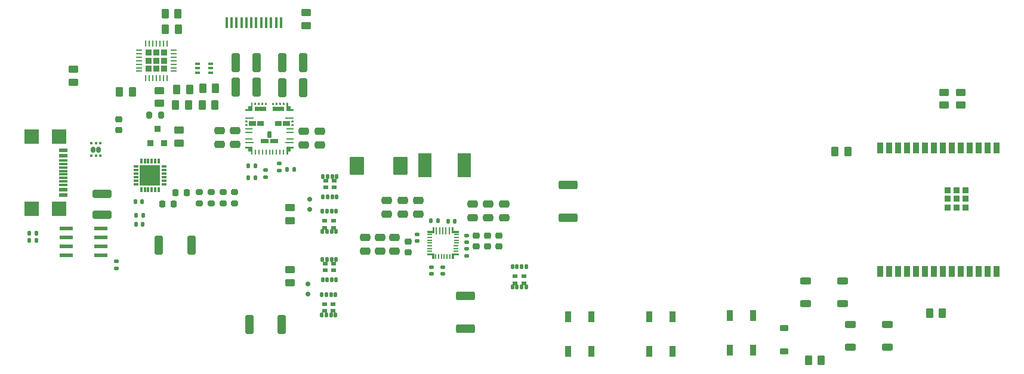
<source format=gtp>
%TF.GenerationSoftware,KiCad,Pcbnew,8.0.6*%
%TF.CreationDate,2025-02-07T14:21:58-05:00*%
%TF.ProjectId,SCAN,5343414e-2e6b-4696-9361-645f70636258,v1.0*%
%TF.SameCoordinates,Original*%
%TF.FileFunction,Paste,Top*%
%TF.FilePolarity,Positive*%
%FSLAX46Y46*%
G04 Gerber Fmt 4.6, Leading zero omitted, Abs format (unit mm)*
G04 Created by KiCad (PCBNEW 8.0.6) date 2025-02-07 14:21:58*
%MOMM*%
%LPD*%
G01*
G04 APERTURE LIST*
G04 Aperture macros list*
%AMRoundRect*
0 Rectangle with rounded corners*
0 $1 Rounding radius*
0 $2 $3 $4 $5 $6 $7 $8 $9 X,Y pos of 4 corners*
0 Add a 4 corners polygon primitive as box body*
4,1,4,$2,$3,$4,$5,$6,$7,$8,$9,$2,$3,0*
0 Add four circle primitives for the rounded corners*
1,1,$1+$1,$2,$3*
1,1,$1+$1,$4,$5*
1,1,$1+$1,$6,$7*
1,1,$1+$1,$8,$9*
0 Add four rect primitives between the rounded corners*
20,1,$1+$1,$2,$3,$4,$5,0*
20,1,$1+$1,$4,$5,$6,$7,0*
20,1,$1+$1,$6,$7,$8,$9,0*
20,1,$1+$1,$8,$9,$2,$3,0*%
G04 Aperture macros list end*
%ADD10C,0.000000*%
%ADD11C,0.010000*%
%ADD12RoundRect,0.250000X-0.325000X-1.100000X0.325000X-1.100000X0.325000X1.100000X-0.325000X1.100000X0*%
%ADD13RoundRect,0.135000X0.135000X0.185000X-0.135000X0.185000X-0.135000X-0.185000X0.135000X-0.185000X0*%
%ADD14RoundRect,0.090000X-0.360000X0.660000X-0.360000X-0.660000X0.360000X-0.660000X0.360000X0.660000X0*%
%ADD15RoundRect,0.250000X0.450000X-0.262500X0.450000X0.262500X-0.450000X0.262500X-0.450000X-0.262500X0*%
%ADD16RoundRect,0.250000X-0.475000X0.250000X-0.475000X-0.250000X0.475000X-0.250000X0.475000X0.250000X0*%
%ADD17RoundRect,0.250000X-0.362500X-1.075000X0.362500X-1.075000X0.362500X1.075000X-0.362500X1.075000X0*%
%ADD18RoundRect,0.140000X-0.170000X0.140000X-0.170000X-0.140000X0.170000X-0.140000X0.170000X0.140000X0*%
%ADD19RoundRect,0.200000X-0.275000X0.200000X-0.275000X-0.200000X0.275000X-0.200000X0.275000X0.200000X0*%
%ADD20RoundRect,0.140000X0.140000X0.170000X-0.140000X0.170000X-0.140000X-0.170000X0.140000X-0.170000X0*%
%ADD21RoundRect,0.250000X-0.262500X-0.450000X0.262500X-0.450000X0.262500X0.450000X-0.262500X0.450000X0*%
%ADD22R,1.981200X0.558800*%
%ADD23RoundRect,0.135000X-0.135000X-0.185000X0.135000X-0.185000X0.135000X0.185000X-0.135000X0.185000X0*%
%ADD24R,0.738000X0.570000*%
%ADD25RoundRect,0.125000X-0.125000X0.190000X-0.125000X-0.190000X0.125000X-0.190000X0.125000X0.190000X0*%
%ADD26RoundRect,0.225000X-0.225000X-0.250000X0.225000X-0.250000X0.225000X0.250000X-0.225000X0.250000X0*%
%ADD27RoundRect,0.125000X0.125000X-0.190000X0.125000X0.190000X-0.125000X0.190000X-0.125000X-0.190000X0*%
%ADD28RoundRect,0.225000X0.250000X-0.225000X0.250000X0.225000X-0.250000X0.225000X-0.250000X-0.225000X0*%
%ADD29RoundRect,0.200000X0.275000X-0.200000X0.275000X0.200000X-0.275000X0.200000X-0.275000X-0.200000X0*%
%ADD30R,0.750000X0.300000*%
%ADD31R,0.300000X0.750000*%
%ADD32R,2.850000X2.850000*%
%ADD33RoundRect,0.250000X-0.450000X0.262500X-0.450000X-0.262500X0.450000X-0.262500X0.450000X0.262500X0*%
%ADD34RoundRect,0.090000X0.360000X-0.660000X0.360000X0.660000X-0.360000X0.660000X-0.360000X-0.660000X0*%
%ADD35R,0.889000X1.498600*%
%ADD36R,0.812800X0.812800*%
%ADD37RoundRect,0.250000X0.475000X-0.250000X0.475000X0.250000X-0.475000X0.250000X-0.475000X-0.250000X0*%
%ADD38R,0.350000X1.600000*%
%ADD39RoundRect,0.140000X-0.140000X-0.170000X0.140000X-0.170000X0.140000X0.170000X-0.140000X0.170000X0*%
%ADD40RoundRect,0.250000X1.075000X-0.362500X1.075000X0.362500X-1.075000X0.362500X-1.075000X-0.362500X0*%
%ADD41RoundRect,0.250000X-0.525000X-0.250000X0.525000X-0.250000X0.525000X0.250000X-0.525000X0.250000X0*%
%ADD42RoundRect,0.225000X-0.250000X0.225000X-0.250000X-0.225000X0.250000X-0.225000X0.250000X0.225000X0*%
%ADD43R,0.249999X0.800001*%
%ADD44R,0.249999X0.700001*%
%ADD45R,1.200000X0.249999*%
%ADD46R,1.000000X0.249999*%
%ADD47RoundRect,0.135000X0.185000X-0.135000X0.185000X0.135000X-0.185000X0.135000X-0.185000X-0.135000X0*%
%ADD48RoundRect,0.250000X0.262500X0.450000X-0.262500X0.450000X-0.262500X-0.450000X0.262500X-0.450000X0*%
%ADD49RoundRect,0.250000X-1.075000X0.362500X-1.075000X-0.362500X1.075000X-0.362500X1.075000X0.362500X0*%
%ADD50RoundRect,0.250000X-0.787500X-1.025000X0.787500X-1.025000X0.787500X1.025000X-0.787500X1.025000X0*%
%ADD51R,0.812800X0.889000*%
%ADD52R,1.850000X3.400000*%
%ADD53R,2.006600X2.159000*%
%ADD54R,1.143000X0.609600*%
%ADD55R,1.143000X0.304800*%
%ADD56RoundRect,0.050000X-0.250000X-0.050000X0.250000X-0.050000X0.250000X0.050000X-0.250000X0.050000X0*%
%ADD57RoundRect,0.050000X-0.050000X-0.250000X0.050000X-0.250000X0.050000X0.250000X-0.050000X0.250000X0*%
%ADD58RoundRect,0.050000X-0.300000X-0.050000X0.300000X-0.050000X0.300000X0.050000X-0.300000X0.050000X0*%
%ADD59RoundRect,0.050000X-0.275000X-0.050000X0.275000X-0.050000X0.275000X0.050000X-0.275000X0.050000X0*%
%ADD60RoundRect,0.050000X-0.290000X-0.050000X0.290000X-0.050000X0.290000X0.050000X-0.290000X0.050000X0*%
%ADD61RoundRect,0.050000X-0.050000X-0.450000X0.050000X-0.450000X0.050000X0.450000X-0.050000X0.450000X0*%
%ADD62RoundRect,0.050000X-0.050000X-0.425000X0.050000X-0.425000X0.050000X0.425000X-0.050000X0.425000X0*%
%ADD63RoundRect,0.150000X-0.200000X0.150000X-0.200000X-0.150000X0.200000X-0.150000X0.200000X0.150000X0*%
%ADD64RoundRect,0.225000X-0.225000X-0.225000X0.225000X-0.225000X0.225000X0.225000X-0.225000X0.225000X0*%
%ADD65RoundRect,0.062500X-0.337500X-0.062500X0.337500X-0.062500X0.337500X0.062500X-0.337500X0.062500X0*%
%ADD66RoundRect,0.062500X-0.062500X-0.337500X0.062500X-0.337500X0.062500X0.337500X-0.062500X0.337500X0*%
%ADD67RoundRect,0.250000X-1.100000X0.325000X-1.100000X-0.325000X1.100000X-0.325000X1.100000X0.325000X0*%
%ADD68RoundRect,0.225000X-0.375000X0.225000X-0.375000X-0.225000X0.375000X-0.225000X0.375000X0.225000X0*%
%ADD69RoundRect,0.250000X0.325000X1.100000X-0.325000X1.100000X-0.325000X-1.100000X0.325000X-1.100000X0*%
%ADD70RoundRect,0.200000X-0.200000X-0.275000X0.200000X-0.275000X0.200000X0.275000X-0.200000X0.275000X0*%
%ADD71RoundRect,0.218750X-0.256250X0.218750X-0.256250X-0.218750X0.256250X-0.218750X0.256250X0.218750X0*%
%ADD72RoundRect,0.100000X-0.225000X-0.100000X0.225000X-0.100000X0.225000X0.100000X-0.225000X0.100000X0*%
%ADD73RoundRect,0.160000X-0.160000X0.245000X-0.160000X-0.245000X0.160000X-0.245000X0.160000X0.245000X0*%
%ADD74RoundRect,0.093750X-0.106250X0.093750X-0.106250X-0.093750X0.106250X-0.093750X0.106250X0.093750X0*%
G04 APERTURE END LIST*
D10*
%TO.C,U9*%
G36*
X89699064Y-85804061D02*
G01*
X89699064Y-85954061D01*
X89649064Y-86004060D01*
X89399062Y-86004060D01*
X89349062Y-85954061D01*
X89349062Y-85804061D01*
X89399062Y-85754061D01*
X89649064Y-85754061D01*
X89699064Y-85804061D01*
G37*
G36*
X89699064Y-85304062D02*
G01*
X89699064Y-85454062D01*
X89649064Y-85504061D01*
X89399062Y-85504061D01*
X89349062Y-85454062D01*
X89349062Y-85304062D01*
X89399062Y-85254062D01*
X89649064Y-85254062D01*
X89699064Y-85304062D01*
G37*
G36*
X90859062Y-85324062D02*
G01*
X90859062Y-85934061D01*
X90809062Y-85984061D01*
X89949064Y-85984061D01*
X89899064Y-85934061D01*
X89899064Y-85324062D01*
X89949064Y-85274062D01*
X90809062Y-85274062D01*
X90859062Y-85324062D01*
G37*
G36*
X92344063Y-83279062D02*
G01*
X92344063Y-83779061D01*
X92294063Y-83829061D01*
X90804063Y-83829061D01*
X90754063Y-83779061D01*
X90754063Y-83279062D01*
X90804063Y-83229062D01*
X92294063Y-83229062D01*
X92344063Y-83279062D01*
G37*
G36*
X90924063Y-82729061D02*
G01*
X90924063Y-82979060D01*
X90874063Y-83029060D01*
X90724063Y-83029060D01*
X90674063Y-82979060D01*
X90674063Y-82729061D01*
X90724063Y-82679061D01*
X90874063Y-82679061D01*
X90924063Y-82729061D01*
G37*
G36*
X92019062Y-85324062D02*
G01*
X92019062Y-85934061D01*
X91969062Y-85984061D01*
X91109064Y-85984061D01*
X91059064Y-85934061D01*
X91059064Y-85324062D01*
X91109064Y-85274062D01*
X91969062Y-85274062D01*
X92019062Y-85324062D01*
G37*
G36*
X91424062Y-82729061D02*
G01*
X91424062Y-82979060D01*
X91374062Y-83029060D01*
X91224062Y-83029060D01*
X91174062Y-82979060D01*
X91174062Y-82729061D01*
X91224062Y-82679061D01*
X91374062Y-82679061D01*
X91424062Y-82729061D01*
G37*
G36*
X92699063Y-87894062D02*
G01*
X92699063Y-88364061D01*
X92649063Y-88414061D01*
X91599063Y-88414061D01*
X91549063Y-88364061D01*
X91549063Y-87894062D01*
X91599063Y-87844062D01*
X92649063Y-87844062D01*
X92699063Y-87894062D01*
G37*
G36*
X91924063Y-82729061D02*
G01*
X91924063Y-82979060D01*
X91874064Y-83029060D01*
X91724064Y-83029060D01*
X91674064Y-82979060D01*
X91674064Y-82729061D01*
X91724064Y-82679061D01*
X91874064Y-82679061D01*
X91924063Y-82729061D01*
G37*
G36*
X92424062Y-82729061D02*
G01*
X92424062Y-82979060D01*
X92374063Y-83029060D01*
X92224063Y-83029060D01*
X92174063Y-82979060D01*
X92174063Y-82729061D01*
X92224063Y-82679061D01*
X92374063Y-82679061D01*
X92424062Y-82729061D01*
G37*
G36*
X93084064Y-86794061D02*
G01*
X93084064Y-87594060D01*
X93034064Y-87644060D01*
X92564062Y-87644060D01*
X92514062Y-87594060D01*
X92514062Y-86794061D01*
X92564062Y-86744062D01*
X93034064Y-86744062D01*
X93084064Y-86794061D01*
G37*
G36*
X94049063Y-87894062D02*
G01*
X94049063Y-88364061D01*
X93999063Y-88414061D01*
X92949063Y-88414061D01*
X92899063Y-88364061D01*
X92899063Y-87894062D01*
X92949063Y-87844062D01*
X93999063Y-87844062D01*
X94049063Y-87894062D01*
G37*
G36*
X93424063Y-82729061D02*
G01*
X93424063Y-82979060D01*
X93374063Y-83029060D01*
X93224063Y-83029060D01*
X93174064Y-82979060D01*
X93174064Y-82729061D01*
X93224063Y-82679061D01*
X93374063Y-82679061D01*
X93424063Y-82729061D01*
G37*
G36*
X94844063Y-83279062D02*
G01*
X94844063Y-83779061D01*
X94794063Y-83829061D01*
X93304063Y-83829061D01*
X93254063Y-83779061D01*
X93254063Y-83279062D01*
X93304063Y-83229062D01*
X94794063Y-83229062D01*
X94844063Y-83279062D01*
G37*
G36*
X94539062Y-85324062D02*
G01*
X94539062Y-85934061D01*
X94489062Y-85984061D01*
X93629064Y-85984061D01*
X93579064Y-85934061D01*
X93579064Y-85324062D01*
X93629064Y-85274062D01*
X94489062Y-85274062D01*
X94539062Y-85324062D01*
G37*
G36*
X93924062Y-82729061D02*
G01*
X93924062Y-82979060D01*
X93874062Y-83029060D01*
X93724062Y-83029060D01*
X93674063Y-82979060D01*
X93674063Y-82729061D01*
X93724062Y-82679061D01*
X93874062Y-82679061D01*
X93924062Y-82729061D01*
G37*
G36*
X94424064Y-82729061D02*
G01*
X94424064Y-82979060D01*
X94374064Y-83029060D01*
X94224064Y-83029060D01*
X94174064Y-82979060D01*
X94174064Y-82729061D01*
X94224064Y-82679061D01*
X94374064Y-82679061D01*
X94424064Y-82729061D01*
G37*
G36*
X95699062Y-85324062D02*
G01*
X95699062Y-85934061D01*
X95649062Y-85984061D01*
X94789064Y-85984061D01*
X94739064Y-85934061D01*
X94739064Y-85324062D01*
X94789064Y-85274062D01*
X95649062Y-85274062D01*
X95699062Y-85324062D01*
G37*
G36*
X94924063Y-82729061D02*
G01*
X94924063Y-82979060D01*
X94874063Y-83029060D01*
X94724063Y-83029060D01*
X94674063Y-82979060D01*
X94674063Y-82729061D01*
X94724063Y-82679061D01*
X94874063Y-82679061D01*
X94924063Y-82729061D01*
G37*
G36*
X96249064Y-85304062D02*
G01*
X96249064Y-85454062D01*
X96199064Y-85504061D01*
X95949062Y-85504061D01*
X95899062Y-85454062D01*
X95899062Y-85304062D01*
X95949062Y-85254062D01*
X96199064Y-85254062D01*
X96249064Y-85304062D01*
G37*
G36*
X96249064Y-85804061D02*
G01*
X96249064Y-85954061D01*
X96199064Y-86004060D01*
X95949062Y-86004060D01*
X95899062Y-85954061D01*
X95899062Y-85804061D01*
X95949062Y-85754061D01*
X96199064Y-85754061D01*
X96249064Y-85804061D01*
G37*
G36*
X90424061Y-82729061D02*
G01*
X90424064Y-83804062D01*
X90374061Y-83854060D01*
X89399062Y-83854062D01*
X89349062Y-83804062D01*
X89349062Y-83654060D01*
X89399062Y-83604060D01*
X89774063Y-83604063D01*
X89824063Y-83554060D01*
X89824063Y-83204061D01*
X89874063Y-83154061D01*
X90124062Y-83154061D01*
X90174062Y-83104061D01*
X90174062Y-82729061D01*
X90224062Y-82679061D01*
X90374064Y-82679061D01*
X90424061Y-82729061D01*
G37*
G36*
X90374061Y-88904062D02*
G01*
X90424064Y-88954060D01*
X90424061Y-90029061D01*
X90374064Y-90079061D01*
X90224064Y-90079061D01*
X90174062Y-90029061D01*
X90174064Y-89654061D01*
X90124062Y-89604061D01*
X89874063Y-89604061D01*
X89824063Y-89554061D01*
X89824063Y-89204059D01*
X89774063Y-89154062D01*
X89399062Y-89154062D01*
X89349062Y-89104062D01*
X89349062Y-88954060D01*
X89399062Y-88904060D01*
X90374061Y-88904062D01*
G37*
G36*
X95424064Y-82729061D02*
G01*
X95424062Y-83104061D01*
X95474064Y-83154061D01*
X95724063Y-83154061D01*
X95774063Y-83204061D01*
X95774063Y-83554060D01*
X95824061Y-83604063D01*
X96199064Y-83604060D01*
X96249064Y-83654060D01*
X96249064Y-83804062D01*
X96199064Y-83854062D01*
X95224062Y-83854060D01*
X95174062Y-83804062D01*
X95174065Y-82729061D01*
X95224062Y-82679061D01*
X95374064Y-82679061D01*
X95424064Y-82729061D01*
G37*
G36*
X96249064Y-88954060D02*
G01*
X96249064Y-89104062D01*
X96199064Y-89154062D01*
X95824061Y-89154059D01*
X95774063Y-89204062D01*
X95774063Y-89554061D01*
X95724063Y-89604061D01*
X95474064Y-89604061D01*
X95424064Y-89654061D01*
X95424064Y-90029061D01*
X95374062Y-90079061D01*
X95224062Y-90079061D01*
X95174065Y-90029061D01*
X95174062Y-88954060D01*
X95224062Y-88904060D01*
X96199064Y-88904060D01*
X96249064Y-88954060D01*
G37*
D11*
%TO.C,U4*%
X116060501Y-104091000D02*
X116062501Y-104091000D01*
X116065501Y-104092000D01*
X116067501Y-104092000D01*
X116070501Y-104093000D01*
X116072501Y-104094000D01*
X116075501Y-104095000D01*
X116077501Y-104097000D01*
X116079501Y-104098000D01*
X116081501Y-104100000D01*
X116083501Y-104101000D01*
X116085501Y-104103000D01*
X116087501Y-104105000D01*
X116089501Y-104107000D01*
X116091501Y-104109000D01*
X116092501Y-104111000D01*
X116094501Y-104113000D01*
X116095501Y-104115000D01*
X116097501Y-104117000D01*
X116098501Y-104120000D01*
X116099501Y-104122000D01*
X116100501Y-104125000D01*
X116100501Y-104127000D01*
X116101501Y-104130000D01*
X116101501Y-104132000D01*
X116102501Y-104135000D01*
X116102501Y-104137000D01*
X116102501Y-104140000D01*
X116102501Y-104740000D01*
X116102501Y-104743000D01*
X116102501Y-104745000D01*
X116101501Y-104748000D01*
X116101501Y-104750000D01*
X116100501Y-104753000D01*
X116100501Y-104755000D01*
X116099501Y-104758000D01*
X116098501Y-104760000D01*
X116097501Y-104763000D01*
X116095501Y-104765000D01*
X116094501Y-104767000D01*
X116092501Y-104769000D01*
X116091501Y-104771000D01*
X116089501Y-104773000D01*
X116087501Y-104775000D01*
X116085501Y-104777000D01*
X116083501Y-104779000D01*
X116081501Y-104780000D01*
X116079501Y-104782000D01*
X116077501Y-104783000D01*
X116075501Y-104785000D01*
X116072501Y-104786000D01*
X116070501Y-104787000D01*
X116067501Y-104788000D01*
X116065501Y-104788000D01*
X116062501Y-104789000D01*
X116060501Y-104789000D01*
X116057501Y-104790000D01*
X116055501Y-104790000D01*
X116052501Y-104790000D01*
X115952501Y-104790000D01*
X115949501Y-104790000D01*
X115947501Y-104790000D01*
X115944501Y-104789000D01*
X115942501Y-104789000D01*
X115939501Y-104788000D01*
X115937501Y-104788000D01*
X115934501Y-104787000D01*
X115932501Y-104786000D01*
X115929501Y-104785000D01*
X115927501Y-104783000D01*
X115925501Y-104782000D01*
X115923501Y-104780000D01*
X115921501Y-104779000D01*
X115919501Y-104777000D01*
X115917501Y-104775000D01*
X115915501Y-104773000D01*
X115913501Y-104771000D01*
X115912501Y-104769000D01*
X115910501Y-104767000D01*
X115909501Y-104765000D01*
X115907501Y-104763000D01*
X115906501Y-104760000D01*
X115905501Y-104758000D01*
X115904501Y-104755000D01*
X115904501Y-104753000D01*
X115903501Y-104750000D01*
X115903501Y-104748000D01*
X115902501Y-104745000D01*
X115902501Y-104743000D01*
X115902501Y-104740000D01*
X115902501Y-104290000D01*
X115252501Y-104290000D01*
X115249501Y-104290000D01*
X115247501Y-104290000D01*
X115244501Y-104289000D01*
X115242501Y-104289000D01*
X115239501Y-104288000D01*
X115237501Y-104288000D01*
X115234501Y-104287000D01*
X115232501Y-104286000D01*
X115229501Y-104285000D01*
X115227501Y-104283000D01*
X115225501Y-104282000D01*
X115223501Y-104280000D01*
X115221501Y-104279000D01*
X115219501Y-104277000D01*
X115217501Y-104275000D01*
X115215501Y-104273000D01*
X115213501Y-104271000D01*
X115212501Y-104269000D01*
X115210501Y-104267000D01*
X115209501Y-104265000D01*
X115207501Y-104263000D01*
X115206501Y-104260000D01*
X115205501Y-104258000D01*
X115204501Y-104255000D01*
X115204501Y-104253000D01*
X115203501Y-104250000D01*
X115203501Y-104248000D01*
X115202501Y-104245000D01*
X115202501Y-104243000D01*
X115202501Y-104240000D01*
X115202501Y-104140000D01*
X115202501Y-104137000D01*
X115202501Y-104135000D01*
X115203501Y-104132000D01*
X115203501Y-104130000D01*
X115204501Y-104127000D01*
X115204501Y-104125000D01*
X115205501Y-104122000D01*
X115206501Y-104120000D01*
X115207501Y-104117000D01*
X115209501Y-104115000D01*
X115210501Y-104113000D01*
X115212501Y-104111000D01*
X115213501Y-104109000D01*
X115215501Y-104107000D01*
X115217501Y-104105000D01*
X115219501Y-104103000D01*
X115221501Y-104101000D01*
X115223501Y-104100000D01*
X115225501Y-104098000D01*
X115227501Y-104097000D01*
X115229501Y-104095000D01*
X115232501Y-104094000D01*
X115234501Y-104093000D01*
X115237501Y-104092000D01*
X115239501Y-104092000D01*
X115242501Y-104091000D01*
X115244501Y-104091000D01*
X115247501Y-104090000D01*
X115249501Y-104090000D01*
X115252501Y-104090000D01*
X116052501Y-104090000D01*
X116055501Y-104090000D01*
X116057501Y-104090000D01*
X116060501Y-104091000D01*
G36*
X116060501Y-104091000D02*
G01*
X116062501Y-104091000D01*
X116065501Y-104092000D01*
X116067501Y-104092000D01*
X116070501Y-104093000D01*
X116072501Y-104094000D01*
X116075501Y-104095000D01*
X116077501Y-104097000D01*
X116079501Y-104098000D01*
X116081501Y-104100000D01*
X116083501Y-104101000D01*
X116085501Y-104103000D01*
X116087501Y-104105000D01*
X116089501Y-104107000D01*
X116091501Y-104109000D01*
X116092501Y-104111000D01*
X116094501Y-104113000D01*
X116095501Y-104115000D01*
X116097501Y-104117000D01*
X116098501Y-104120000D01*
X116099501Y-104122000D01*
X116100501Y-104125000D01*
X116100501Y-104127000D01*
X116101501Y-104130000D01*
X116101501Y-104132000D01*
X116102501Y-104135000D01*
X116102501Y-104137000D01*
X116102501Y-104140000D01*
X116102501Y-104740000D01*
X116102501Y-104743000D01*
X116102501Y-104745000D01*
X116101501Y-104748000D01*
X116101501Y-104750000D01*
X116100501Y-104753000D01*
X116100501Y-104755000D01*
X116099501Y-104758000D01*
X116098501Y-104760000D01*
X116097501Y-104763000D01*
X116095501Y-104765000D01*
X116094501Y-104767000D01*
X116092501Y-104769000D01*
X116091501Y-104771000D01*
X116089501Y-104773000D01*
X116087501Y-104775000D01*
X116085501Y-104777000D01*
X116083501Y-104779000D01*
X116081501Y-104780000D01*
X116079501Y-104782000D01*
X116077501Y-104783000D01*
X116075501Y-104785000D01*
X116072501Y-104786000D01*
X116070501Y-104787000D01*
X116067501Y-104788000D01*
X116065501Y-104788000D01*
X116062501Y-104789000D01*
X116060501Y-104789000D01*
X116057501Y-104790000D01*
X116055501Y-104790000D01*
X116052501Y-104790000D01*
X115952501Y-104790000D01*
X115949501Y-104790000D01*
X115947501Y-104790000D01*
X115944501Y-104789000D01*
X115942501Y-104789000D01*
X115939501Y-104788000D01*
X115937501Y-104788000D01*
X115934501Y-104787000D01*
X115932501Y-104786000D01*
X115929501Y-104785000D01*
X115927501Y-104783000D01*
X115925501Y-104782000D01*
X115923501Y-104780000D01*
X115921501Y-104779000D01*
X115919501Y-104777000D01*
X115917501Y-104775000D01*
X115915501Y-104773000D01*
X115913501Y-104771000D01*
X115912501Y-104769000D01*
X115910501Y-104767000D01*
X115909501Y-104765000D01*
X115907501Y-104763000D01*
X115906501Y-104760000D01*
X115905501Y-104758000D01*
X115904501Y-104755000D01*
X115904501Y-104753000D01*
X115903501Y-104750000D01*
X115903501Y-104748000D01*
X115902501Y-104745000D01*
X115902501Y-104743000D01*
X115902501Y-104740000D01*
X115902501Y-104290000D01*
X115252501Y-104290000D01*
X115249501Y-104290000D01*
X115247501Y-104290000D01*
X115244501Y-104289000D01*
X115242501Y-104289000D01*
X115239501Y-104288000D01*
X115237501Y-104288000D01*
X115234501Y-104287000D01*
X115232501Y-104286000D01*
X115229501Y-104285000D01*
X115227501Y-104283000D01*
X115225501Y-104282000D01*
X115223501Y-104280000D01*
X115221501Y-104279000D01*
X115219501Y-104277000D01*
X115217501Y-104275000D01*
X115215501Y-104273000D01*
X115213501Y-104271000D01*
X115212501Y-104269000D01*
X115210501Y-104267000D01*
X115209501Y-104265000D01*
X115207501Y-104263000D01*
X115206501Y-104260000D01*
X115205501Y-104258000D01*
X115204501Y-104255000D01*
X115204501Y-104253000D01*
X115203501Y-104250000D01*
X115203501Y-104248000D01*
X115202501Y-104245000D01*
X115202501Y-104243000D01*
X115202501Y-104240000D01*
X115202501Y-104140000D01*
X115202501Y-104137000D01*
X115202501Y-104135000D01*
X115203501Y-104132000D01*
X115203501Y-104130000D01*
X115204501Y-104127000D01*
X115204501Y-104125000D01*
X115205501Y-104122000D01*
X115206501Y-104120000D01*
X115207501Y-104117000D01*
X115209501Y-104115000D01*
X115210501Y-104113000D01*
X115212501Y-104111000D01*
X115213501Y-104109000D01*
X115215501Y-104107000D01*
X115217501Y-104105000D01*
X115219501Y-104103000D01*
X115221501Y-104101000D01*
X115223501Y-104100000D01*
X115225501Y-104098000D01*
X115227501Y-104097000D01*
X115229501Y-104095000D01*
X115232501Y-104094000D01*
X115234501Y-104093000D01*
X115237501Y-104092000D01*
X115239501Y-104092000D01*
X115242501Y-104091000D01*
X115244501Y-104091000D01*
X115247501Y-104090000D01*
X115249501Y-104090000D01*
X115252501Y-104090000D01*
X116052501Y-104090000D01*
X116055501Y-104090000D01*
X116057501Y-104090000D01*
X116060501Y-104091000D01*
G37*
X116110501Y-100391000D02*
X116112501Y-100391000D01*
X116115501Y-100392000D01*
X116117501Y-100392000D01*
X116120501Y-100393000D01*
X116122501Y-100394000D01*
X116125501Y-100395000D01*
X116127501Y-100397000D01*
X116129501Y-100398000D01*
X116131501Y-100400000D01*
X116133501Y-100401000D01*
X116135501Y-100403000D01*
X116137501Y-100405000D01*
X116139501Y-100407000D01*
X116141501Y-100409000D01*
X116142501Y-100411000D01*
X116144501Y-100413000D01*
X116145501Y-100415000D01*
X116147501Y-100417000D01*
X116148501Y-100420000D01*
X116149501Y-100422000D01*
X116150501Y-100425000D01*
X116150501Y-100427000D01*
X116151501Y-100430000D01*
X116151501Y-100432000D01*
X116152501Y-100435000D01*
X116152501Y-100437000D01*
X116152501Y-100440000D01*
X116152501Y-101040000D01*
X116152501Y-101043000D01*
X116152501Y-101045000D01*
X116151501Y-101048000D01*
X116151501Y-101050000D01*
X116150501Y-101053000D01*
X116150501Y-101055000D01*
X116149501Y-101058000D01*
X116148501Y-101060000D01*
X116147501Y-101063000D01*
X116145501Y-101065000D01*
X116144501Y-101067000D01*
X116142501Y-101069000D01*
X116141501Y-101071000D01*
X116139501Y-101073000D01*
X116137501Y-101075000D01*
X116135501Y-101077000D01*
X116133501Y-101079000D01*
X116131501Y-101080000D01*
X116129501Y-101082000D01*
X116127501Y-101083000D01*
X116125501Y-101085000D01*
X116122501Y-101086000D01*
X116120501Y-101087000D01*
X116117501Y-101088000D01*
X116115501Y-101088000D01*
X116112501Y-101089000D01*
X116110501Y-101089000D01*
X116107501Y-101090000D01*
X116105501Y-101090000D01*
X116102501Y-101090000D01*
X115252501Y-101090000D01*
X115249501Y-101090000D01*
X115247501Y-101090000D01*
X115244501Y-101089000D01*
X115242501Y-101089000D01*
X115239501Y-101088000D01*
X115237501Y-101088000D01*
X115234501Y-101087000D01*
X115232501Y-101086000D01*
X115229501Y-101085000D01*
X115227501Y-101083000D01*
X115225501Y-101082000D01*
X115223501Y-101080000D01*
X115221501Y-101079000D01*
X115219501Y-101077000D01*
X115217501Y-101075000D01*
X115215501Y-101073000D01*
X115213501Y-101071000D01*
X115212501Y-101069000D01*
X115210501Y-101067000D01*
X115209501Y-101065000D01*
X115207501Y-101063000D01*
X115206501Y-101060000D01*
X115205501Y-101058000D01*
X115204501Y-101055000D01*
X115204501Y-101053000D01*
X115203501Y-101050000D01*
X115203501Y-101048000D01*
X115202501Y-101045000D01*
X115202501Y-101043000D01*
X115202501Y-101040000D01*
X115202501Y-100940000D01*
X115202501Y-100937000D01*
X115202501Y-100935000D01*
X115203501Y-100932000D01*
X115203501Y-100930000D01*
X115204501Y-100927000D01*
X115204501Y-100925000D01*
X115205501Y-100922000D01*
X115206501Y-100920000D01*
X115207501Y-100917000D01*
X115209501Y-100915000D01*
X115210501Y-100913000D01*
X115212501Y-100911000D01*
X115213501Y-100909000D01*
X115215501Y-100907000D01*
X115217501Y-100905000D01*
X115219501Y-100903000D01*
X115221501Y-100901000D01*
X115223501Y-100900000D01*
X115225501Y-100898000D01*
X115227501Y-100897000D01*
X115229501Y-100895000D01*
X115232501Y-100894000D01*
X115234501Y-100893000D01*
X115237501Y-100892000D01*
X115239501Y-100892000D01*
X115242501Y-100891000D01*
X115244501Y-100891000D01*
X115247501Y-100890000D01*
X115249501Y-100890000D01*
X115252501Y-100890000D01*
X115952501Y-100890000D01*
X115952501Y-100440000D01*
X115952501Y-100437000D01*
X115952501Y-100435000D01*
X115953501Y-100432000D01*
X115953501Y-100430000D01*
X115954501Y-100427000D01*
X115954501Y-100425000D01*
X115955501Y-100422000D01*
X115956501Y-100420000D01*
X115957501Y-100417000D01*
X115959501Y-100415000D01*
X115960501Y-100413000D01*
X115962501Y-100411000D01*
X115963501Y-100409000D01*
X115965501Y-100407000D01*
X115967501Y-100405000D01*
X115969501Y-100403000D01*
X115971501Y-100401000D01*
X115973501Y-100400000D01*
X115975501Y-100398000D01*
X115977501Y-100397000D01*
X115979501Y-100395000D01*
X115982501Y-100394000D01*
X115984501Y-100393000D01*
X115987501Y-100392000D01*
X115989501Y-100392000D01*
X115992501Y-100391000D01*
X115994501Y-100391000D01*
X115997501Y-100390000D01*
X115999501Y-100390000D01*
X116002501Y-100390000D01*
X116102501Y-100390000D01*
X116105501Y-100390000D01*
X116107501Y-100390000D01*
X116110501Y-100391000D01*
G36*
X116110501Y-100391000D02*
G01*
X116112501Y-100391000D01*
X116115501Y-100392000D01*
X116117501Y-100392000D01*
X116120501Y-100393000D01*
X116122501Y-100394000D01*
X116125501Y-100395000D01*
X116127501Y-100397000D01*
X116129501Y-100398000D01*
X116131501Y-100400000D01*
X116133501Y-100401000D01*
X116135501Y-100403000D01*
X116137501Y-100405000D01*
X116139501Y-100407000D01*
X116141501Y-100409000D01*
X116142501Y-100411000D01*
X116144501Y-100413000D01*
X116145501Y-100415000D01*
X116147501Y-100417000D01*
X116148501Y-100420000D01*
X116149501Y-100422000D01*
X116150501Y-100425000D01*
X116150501Y-100427000D01*
X116151501Y-100430000D01*
X116151501Y-100432000D01*
X116152501Y-100435000D01*
X116152501Y-100437000D01*
X116152501Y-100440000D01*
X116152501Y-101040000D01*
X116152501Y-101043000D01*
X116152501Y-101045000D01*
X116151501Y-101048000D01*
X116151501Y-101050000D01*
X116150501Y-101053000D01*
X116150501Y-101055000D01*
X116149501Y-101058000D01*
X116148501Y-101060000D01*
X116147501Y-101063000D01*
X116145501Y-101065000D01*
X116144501Y-101067000D01*
X116142501Y-101069000D01*
X116141501Y-101071000D01*
X116139501Y-101073000D01*
X116137501Y-101075000D01*
X116135501Y-101077000D01*
X116133501Y-101079000D01*
X116131501Y-101080000D01*
X116129501Y-101082000D01*
X116127501Y-101083000D01*
X116125501Y-101085000D01*
X116122501Y-101086000D01*
X116120501Y-101087000D01*
X116117501Y-101088000D01*
X116115501Y-101088000D01*
X116112501Y-101089000D01*
X116110501Y-101089000D01*
X116107501Y-101090000D01*
X116105501Y-101090000D01*
X116102501Y-101090000D01*
X115252501Y-101090000D01*
X115249501Y-101090000D01*
X115247501Y-101090000D01*
X115244501Y-101089000D01*
X115242501Y-101089000D01*
X115239501Y-101088000D01*
X115237501Y-101088000D01*
X115234501Y-101087000D01*
X115232501Y-101086000D01*
X115229501Y-101085000D01*
X115227501Y-101083000D01*
X115225501Y-101082000D01*
X115223501Y-101080000D01*
X115221501Y-101079000D01*
X115219501Y-101077000D01*
X115217501Y-101075000D01*
X115215501Y-101073000D01*
X115213501Y-101071000D01*
X115212501Y-101069000D01*
X115210501Y-101067000D01*
X115209501Y-101065000D01*
X115207501Y-101063000D01*
X115206501Y-101060000D01*
X115205501Y-101058000D01*
X115204501Y-101055000D01*
X115204501Y-101053000D01*
X115203501Y-101050000D01*
X115203501Y-101048000D01*
X115202501Y-101045000D01*
X115202501Y-101043000D01*
X115202501Y-101040000D01*
X115202501Y-100940000D01*
X115202501Y-100937000D01*
X115202501Y-100935000D01*
X115203501Y-100932000D01*
X115203501Y-100930000D01*
X115204501Y-100927000D01*
X115204501Y-100925000D01*
X115205501Y-100922000D01*
X115206501Y-100920000D01*
X115207501Y-100917000D01*
X115209501Y-100915000D01*
X115210501Y-100913000D01*
X115212501Y-100911000D01*
X115213501Y-100909000D01*
X115215501Y-100907000D01*
X115217501Y-100905000D01*
X115219501Y-100903000D01*
X115221501Y-100901000D01*
X115223501Y-100900000D01*
X115225501Y-100898000D01*
X115227501Y-100897000D01*
X115229501Y-100895000D01*
X115232501Y-100894000D01*
X115234501Y-100893000D01*
X115237501Y-100892000D01*
X115239501Y-100892000D01*
X115242501Y-100891000D01*
X115244501Y-100891000D01*
X115247501Y-100890000D01*
X115249501Y-100890000D01*
X115252501Y-100890000D01*
X115952501Y-100890000D01*
X115952501Y-100440000D01*
X115952501Y-100437000D01*
X115952501Y-100435000D01*
X115953501Y-100432000D01*
X115953501Y-100430000D01*
X115954501Y-100427000D01*
X115954501Y-100425000D01*
X115955501Y-100422000D01*
X115956501Y-100420000D01*
X115957501Y-100417000D01*
X115959501Y-100415000D01*
X115960501Y-100413000D01*
X115962501Y-100411000D01*
X115963501Y-100409000D01*
X115965501Y-100407000D01*
X115967501Y-100405000D01*
X115969501Y-100403000D01*
X115971501Y-100401000D01*
X115973501Y-100400000D01*
X115975501Y-100398000D01*
X115977501Y-100397000D01*
X115979501Y-100395000D01*
X115982501Y-100394000D01*
X115984501Y-100393000D01*
X115987501Y-100392000D01*
X115989501Y-100392000D01*
X115992501Y-100391000D01*
X115994501Y-100391000D01*
X115997501Y-100390000D01*
X115999501Y-100390000D01*
X116002501Y-100390000D01*
X116102501Y-100390000D01*
X116105501Y-100390000D01*
X116107501Y-100390000D01*
X116110501Y-100391000D01*
G37*
X118810501Y-100391000D02*
X118812501Y-100391000D01*
X118815501Y-100392000D01*
X118817501Y-100392000D01*
X118820501Y-100393000D01*
X118822501Y-100394000D01*
X118825501Y-100395000D01*
X118827501Y-100397000D01*
X118829501Y-100398000D01*
X118831501Y-100400000D01*
X118833501Y-100401000D01*
X118835501Y-100403000D01*
X118837501Y-100405000D01*
X118839501Y-100407000D01*
X118841501Y-100409000D01*
X118842501Y-100411000D01*
X118844501Y-100413000D01*
X118845501Y-100415000D01*
X118847501Y-100417000D01*
X118848501Y-100420000D01*
X118849501Y-100422000D01*
X118850501Y-100425000D01*
X118850501Y-100427000D01*
X118851501Y-100430000D01*
X118851501Y-100432000D01*
X118852501Y-100435000D01*
X118852501Y-100437000D01*
X118852501Y-100440000D01*
X118852501Y-100890000D01*
X119552501Y-100890000D01*
X119555501Y-100890000D01*
X119557501Y-100890000D01*
X119560501Y-100891000D01*
X119562501Y-100891000D01*
X119565501Y-100892000D01*
X119567501Y-100892000D01*
X119570501Y-100893000D01*
X119572501Y-100894000D01*
X119575501Y-100895000D01*
X119577501Y-100897000D01*
X119579501Y-100898000D01*
X119581501Y-100900000D01*
X119583501Y-100901000D01*
X119585501Y-100903000D01*
X119587501Y-100905000D01*
X119589501Y-100907000D01*
X119591501Y-100909000D01*
X119592501Y-100911000D01*
X119594501Y-100913000D01*
X119595501Y-100915000D01*
X119597501Y-100917000D01*
X119598501Y-100920000D01*
X119599501Y-100922000D01*
X119600501Y-100925000D01*
X119600501Y-100927000D01*
X119601501Y-100930000D01*
X119601501Y-100932000D01*
X119602501Y-100935000D01*
X119602501Y-100937000D01*
X119602501Y-100940000D01*
X119602501Y-101040000D01*
X119602501Y-101043000D01*
X119602501Y-101045000D01*
X119601501Y-101048000D01*
X119601501Y-101050000D01*
X119600501Y-101053000D01*
X119600501Y-101055000D01*
X119599501Y-101058000D01*
X119598501Y-101060000D01*
X119597501Y-101063000D01*
X119595501Y-101065000D01*
X119594501Y-101067000D01*
X119592501Y-101069000D01*
X119591501Y-101071000D01*
X119589501Y-101073000D01*
X119587501Y-101075000D01*
X119585501Y-101077000D01*
X119583501Y-101079000D01*
X119581501Y-101080000D01*
X119579501Y-101082000D01*
X119577501Y-101083000D01*
X119575501Y-101085000D01*
X119572501Y-101086000D01*
X119570501Y-101087000D01*
X119567501Y-101088000D01*
X119565501Y-101088000D01*
X119562501Y-101089000D01*
X119560501Y-101089000D01*
X119557501Y-101090000D01*
X119555501Y-101090000D01*
X119552501Y-101090000D01*
X118702501Y-101090000D01*
X118699501Y-101090000D01*
X118697501Y-101090000D01*
X118694501Y-101089000D01*
X118692501Y-101089000D01*
X118689501Y-101088000D01*
X118687501Y-101088000D01*
X118684501Y-101087000D01*
X118682501Y-101086000D01*
X118679501Y-101085000D01*
X118677501Y-101083000D01*
X118675501Y-101082000D01*
X118673501Y-101080000D01*
X118671501Y-101079000D01*
X118669501Y-101077000D01*
X118667501Y-101075000D01*
X118665501Y-101073000D01*
X118663501Y-101071000D01*
X118662501Y-101069000D01*
X118660501Y-101067000D01*
X118659501Y-101065000D01*
X118657501Y-101063000D01*
X118656501Y-101060000D01*
X118655501Y-101058000D01*
X118654501Y-101055000D01*
X118654501Y-101053000D01*
X118653501Y-101050000D01*
X118653501Y-101048000D01*
X118652501Y-101045000D01*
X118652501Y-101043000D01*
X118652501Y-101040000D01*
X118652501Y-100440000D01*
X118652501Y-100437000D01*
X118652501Y-100435000D01*
X118653501Y-100432000D01*
X118653501Y-100430000D01*
X118654501Y-100427000D01*
X118654501Y-100425000D01*
X118655501Y-100422000D01*
X118656501Y-100420000D01*
X118657501Y-100417000D01*
X118659501Y-100415000D01*
X118660501Y-100413000D01*
X118662501Y-100411000D01*
X118663501Y-100409000D01*
X118665501Y-100407000D01*
X118667501Y-100405000D01*
X118669501Y-100403000D01*
X118671501Y-100401000D01*
X118673501Y-100400000D01*
X118675501Y-100398000D01*
X118677501Y-100397000D01*
X118679501Y-100395000D01*
X118682501Y-100394000D01*
X118684501Y-100393000D01*
X118687501Y-100392000D01*
X118689501Y-100392000D01*
X118692501Y-100391000D01*
X118694501Y-100391000D01*
X118697501Y-100390000D01*
X118699501Y-100390000D01*
X118702501Y-100390000D01*
X118802501Y-100390000D01*
X118805501Y-100390000D01*
X118807501Y-100390000D01*
X118810501Y-100391000D01*
G36*
X118810501Y-100391000D02*
G01*
X118812501Y-100391000D01*
X118815501Y-100392000D01*
X118817501Y-100392000D01*
X118820501Y-100393000D01*
X118822501Y-100394000D01*
X118825501Y-100395000D01*
X118827501Y-100397000D01*
X118829501Y-100398000D01*
X118831501Y-100400000D01*
X118833501Y-100401000D01*
X118835501Y-100403000D01*
X118837501Y-100405000D01*
X118839501Y-100407000D01*
X118841501Y-100409000D01*
X118842501Y-100411000D01*
X118844501Y-100413000D01*
X118845501Y-100415000D01*
X118847501Y-100417000D01*
X118848501Y-100420000D01*
X118849501Y-100422000D01*
X118850501Y-100425000D01*
X118850501Y-100427000D01*
X118851501Y-100430000D01*
X118851501Y-100432000D01*
X118852501Y-100435000D01*
X118852501Y-100437000D01*
X118852501Y-100440000D01*
X118852501Y-100890000D01*
X119552501Y-100890000D01*
X119555501Y-100890000D01*
X119557501Y-100890000D01*
X119560501Y-100891000D01*
X119562501Y-100891000D01*
X119565501Y-100892000D01*
X119567501Y-100892000D01*
X119570501Y-100893000D01*
X119572501Y-100894000D01*
X119575501Y-100895000D01*
X119577501Y-100897000D01*
X119579501Y-100898000D01*
X119581501Y-100900000D01*
X119583501Y-100901000D01*
X119585501Y-100903000D01*
X119587501Y-100905000D01*
X119589501Y-100907000D01*
X119591501Y-100909000D01*
X119592501Y-100911000D01*
X119594501Y-100913000D01*
X119595501Y-100915000D01*
X119597501Y-100917000D01*
X119598501Y-100920000D01*
X119599501Y-100922000D01*
X119600501Y-100925000D01*
X119600501Y-100927000D01*
X119601501Y-100930000D01*
X119601501Y-100932000D01*
X119602501Y-100935000D01*
X119602501Y-100937000D01*
X119602501Y-100940000D01*
X119602501Y-101040000D01*
X119602501Y-101043000D01*
X119602501Y-101045000D01*
X119601501Y-101048000D01*
X119601501Y-101050000D01*
X119600501Y-101053000D01*
X119600501Y-101055000D01*
X119599501Y-101058000D01*
X119598501Y-101060000D01*
X119597501Y-101063000D01*
X119595501Y-101065000D01*
X119594501Y-101067000D01*
X119592501Y-101069000D01*
X119591501Y-101071000D01*
X119589501Y-101073000D01*
X119587501Y-101075000D01*
X119585501Y-101077000D01*
X119583501Y-101079000D01*
X119581501Y-101080000D01*
X119579501Y-101082000D01*
X119577501Y-101083000D01*
X119575501Y-101085000D01*
X119572501Y-101086000D01*
X119570501Y-101087000D01*
X119567501Y-101088000D01*
X119565501Y-101088000D01*
X119562501Y-101089000D01*
X119560501Y-101089000D01*
X119557501Y-101090000D01*
X119555501Y-101090000D01*
X119552501Y-101090000D01*
X118702501Y-101090000D01*
X118699501Y-101090000D01*
X118697501Y-101090000D01*
X118694501Y-101089000D01*
X118692501Y-101089000D01*
X118689501Y-101088000D01*
X118687501Y-101088000D01*
X118684501Y-101087000D01*
X118682501Y-101086000D01*
X118679501Y-101085000D01*
X118677501Y-101083000D01*
X118675501Y-101082000D01*
X118673501Y-101080000D01*
X118671501Y-101079000D01*
X118669501Y-101077000D01*
X118667501Y-101075000D01*
X118665501Y-101073000D01*
X118663501Y-101071000D01*
X118662501Y-101069000D01*
X118660501Y-101067000D01*
X118659501Y-101065000D01*
X118657501Y-101063000D01*
X118656501Y-101060000D01*
X118655501Y-101058000D01*
X118654501Y-101055000D01*
X118654501Y-101053000D01*
X118653501Y-101050000D01*
X118653501Y-101048000D01*
X118652501Y-101045000D01*
X118652501Y-101043000D01*
X118652501Y-101040000D01*
X118652501Y-100440000D01*
X118652501Y-100437000D01*
X118652501Y-100435000D01*
X118653501Y-100432000D01*
X118653501Y-100430000D01*
X118654501Y-100427000D01*
X118654501Y-100425000D01*
X118655501Y-100422000D01*
X118656501Y-100420000D01*
X118657501Y-100417000D01*
X118659501Y-100415000D01*
X118660501Y-100413000D01*
X118662501Y-100411000D01*
X118663501Y-100409000D01*
X118665501Y-100407000D01*
X118667501Y-100405000D01*
X118669501Y-100403000D01*
X118671501Y-100401000D01*
X118673501Y-100400000D01*
X118675501Y-100398000D01*
X118677501Y-100397000D01*
X118679501Y-100395000D01*
X118682501Y-100394000D01*
X118684501Y-100393000D01*
X118687501Y-100392000D01*
X118689501Y-100392000D01*
X118692501Y-100391000D01*
X118694501Y-100391000D01*
X118697501Y-100390000D01*
X118699501Y-100390000D01*
X118702501Y-100390000D01*
X118802501Y-100390000D01*
X118805501Y-100390000D01*
X118807501Y-100390000D01*
X118810501Y-100391000D01*
G37*
X119560501Y-104091000D02*
X119562501Y-104091000D01*
X119565501Y-104092000D01*
X119567501Y-104092000D01*
X119570501Y-104093000D01*
X119572501Y-104094000D01*
X119575501Y-104095000D01*
X119577501Y-104097000D01*
X119579501Y-104098000D01*
X119581501Y-104100000D01*
X119583501Y-104101000D01*
X119585501Y-104103000D01*
X119587501Y-104105000D01*
X119589501Y-104107000D01*
X119591501Y-104109000D01*
X119592501Y-104111000D01*
X119594501Y-104113000D01*
X119595501Y-104115000D01*
X119597501Y-104117000D01*
X119598501Y-104120000D01*
X119599501Y-104122000D01*
X119600501Y-104125000D01*
X119600501Y-104127000D01*
X119601501Y-104130000D01*
X119601501Y-104132000D01*
X119602501Y-104135000D01*
X119602501Y-104137000D01*
X119602501Y-104140000D01*
X119602501Y-104240000D01*
X119602501Y-104243000D01*
X119602501Y-104245000D01*
X119601501Y-104248000D01*
X119601501Y-104250000D01*
X119600501Y-104253000D01*
X119600501Y-104255000D01*
X119599501Y-104258000D01*
X119598501Y-104260000D01*
X119597501Y-104263000D01*
X119595501Y-104265000D01*
X119594501Y-104267000D01*
X119592501Y-104269000D01*
X119591501Y-104271000D01*
X119589501Y-104273000D01*
X119587501Y-104275000D01*
X119585501Y-104277000D01*
X119583501Y-104279000D01*
X119581501Y-104280000D01*
X119579501Y-104282000D01*
X119577501Y-104283000D01*
X119575501Y-104285000D01*
X119572501Y-104286000D01*
X119570501Y-104287000D01*
X119567501Y-104288000D01*
X119565501Y-104288000D01*
X119562501Y-104289000D01*
X119560501Y-104289000D01*
X119557501Y-104290000D01*
X119555501Y-104290000D01*
X119552501Y-104290000D01*
X118902501Y-104290000D01*
X118902501Y-104740000D01*
X118902501Y-104743000D01*
X118902501Y-104745000D01*
X118901501Y-104748000D01*
X118901501Y-104750000D01*
X118900501Y-104753000D01*
X118900501Y-104755000D01*
X118899501Y-104758000D01*
X118898501Y-104760000D01*
X118897501Y-104763000D01*
X118895501Y-104765000D01*
X118894501Y-104767000D01*
X118892501Y-104769000D01*
X118891501Y-104771000D01*
X118889501Y-104773000D01*
X118887501Y-104775000D01*
X118885501Y-104777000D01*
X118883501Y-104779000D01*
X118881501Y-104780000D01*
X118879501Y-104782000D01*
X118877501Y-104783000D01*
X118875501Y-104785000D01*
X118872501Y-104786000D01*
X118870501Y-104787000D01*
X118867501Y-104788000D01*
X118865501Y-104788000D01*
X118862501Y-104789000D01*
X118860501Y-104789000D01*
X118857501Y-104790000D01*
X118855501Y-104790000D01*
X118852501Y-104790000D01*
X118752501Y-104790000D01*
X118749501Y-104790000D01*
X118747501Y-104790000D01*
X118744501Y-104789000D01*
X118742501Y-104789000D01*
X118739501Y-104788000D01*
X118737501Y-104788000D01*
X118734501Y-104787000D01*
X118732501Y-104786000D01*
X118729501Y-104785000D01*
X118727501Y-104783000D01*
X118725501Y-104782000D01*
X118723501Y-104780000D01*
X118721501Y-104779000D01*
X118719501Y-104777000D01*
X118717501Y-104775000D01*
X118715501Y-104773000D01*
X118713501Y-104771000D01*
X118712501Y-104769000D01*
X118710501Y-104767000D01*
X118709501Y-104765000D01*
X118707501Y-104763000D01*
X118706501Y-104760000D01*
X118705501Y-104758000D01*
X118704501Y-104755000D01*
X118704501Y-104753000D01*
X118703501Y-104750000D01*
X118703501Y-104748000D01*
X118702501Y-104745000D01*
X118702501Y-104743000D01*
X118702501Y-104740000D01*
X118702501Y-104140000D01*
X118702501Y-104137000D01*
X118702501Y-104135000D01*
X118703501Y-104132000D01*
X118703501Y-104130000D01*
X118704501Y-104127000D01*
X118704501Y-104125000D01*
X118705501Y-104122000D01*
X118706501Y-104120000D01*
X118707501Y-104117000D01*
X118709501Y-104115000D01*
X118710501Y-104113000D01*
X118712501Y-104111000D01*
X118713501Y-104109000D01*
X118715501Y-104107000D01*
X118717501Y-104105000D01*
X118719501Y-104103000D01*
X118721501Y-104101000D01*
X118723501Y-104100000D01*
X118725501Y-104098000D01*
X118727501Y-104097000D01*
X118729501Y-104095000D01*
X118732501Y-104094000D01*
X118734501Y-104093000D01*
X118737501Y-104092000D01*
X118739501Y-104092000D01*
X118742501Y-104091000D01*
X118744501Y-104091000D01*
X118747501Y-104090000D01*
X118749501Y-104090000D01*
X118752501Y-104090000D01*
X119552501Y-104090000D01*
X119555501Y-104090000D01*
X119557501Y-104090000D01*
X119560501Y-104091000D01*
G36*
X119560501Y-104091000D02*
G01*
X119562501Y-104091000D01*
X119565501Y-104092000D01*
X119567501Y-104092000D01*
X119570501Y-104093000D01*
X119572501Y-104094000D01*
X119575501Y-104095000D01*
X119577501Y-104097000D01*
X119579501Y-104098000D01*
X119581501Y-104100000D01*
X119583501Y-104101000D01*
X119585501Y-104103000D01*
X119587501Y-104105000D01*
X119589501Y-104107000D01*
X119591501Y-104109000D01*
X119592501Y-104111000D01*
X119594501Y-104113000D01*
X119595501Y-104115000D01*
X119597501Y-104117000D01*
X119598501Y-104120000D01*
X119599501Y-104122000D01*
X119600501Y-104125000D01*
X119600501Y-104127000D01*
X119601501Y-104130000D01*
X119601501Y-104132000D01*
X119602501Y-104135000D01*
X119602501Y-104137000D01*
X119602501Y-104140000D01*
X119602501Y-104240000D01*
X119602501Y-104243000D01*
X119602501Y-104245000D01*
X119601501Y-104248000D01*
X119601501Y-104250000D01*
X119600501Y-104253000D01*
X119600501Y-104255000D01*
X119599501Y-104258000D01*
X119598501Y-104260000D01*
X119597501Y-104263000D01*
X119595501Y-104265000D01*
X119594501Y-104267000D01*
X119592501Y-104269000D01*
X119591501Y-104271000D01*
X119589501Y-104273000D01*
X119587501Y-104275000D01*
X119585501Y-104277000D01*
X119583501Y-104279000D01*
X119581501Y-104280000D01*
X119579501Y-104282000D01*
X119577501Y-104283000D01*
X119575501Y-104285000D01*
X119572501Y-104286000D01*
X119570501Y-104287000D01*
X119567501Y-104288000D01*
X119565501Y-104288000D01*
X119562501Y-104289000D01*
X119560501Y-104289000D01*
X119557501Y-104290000D01*
X119555501Y-104290000D01*
X119552501Y-104290000D01*
X118902501Y-104290000D01*
X118902501Y-104740000D01*
X118902501Y-104743000D01*
X118902501Y-104745000D01*
X118901501Y-104748000D01*
X118901501Y-104750000D01*
X118900501Y-104753000D01*
X118900501Y-104755000D01*
X118899501Y-104758000D01*
X118898501Y-104760000D01*
X118897501Y-104763000D01*
X118895501Y-104765000D01*
X118894501Y-104767000D01*
X118892501Y-104769000D01*
X118891501Y-104771000D01*
X118889501Y-104773000D01*
X118887501Y-104775000D01*
X118885501Y-104777000D01*
X118883501Y-104779000D01*
X118881501Y-104780000D01*
X118879501Y-104782000D01*
X118877501Y-104783000D01*
X118875501Y-104785000D01*
X118872501Y-104786000D01*
X118870501Y-104787000D01*
X118867501Y-104788000D01*
X118865501Y-104788000D01*
X118862501Y-104789000D01*
X118860501Y-104789000D01*
X118857501Y-104790000D01*
X118855501Y-104790000D01*
X118852501Y-104790000D01*
X118752501Y-104790000D01*
X118749501Y-104790000D01*
X118747501Y-104790000D01*
X118744501Y-104789000D01*
X118742501Y-104789000D01*
X118739501Y-104788000D01*
X118737501Y-104788000D01*
X118734501Y-104787000D01*
X118732501Y-104786000D01*
X118729501Y-104785000D01*
X118727501Y-104783000D01*
X118725501Y-104782000D01*
X118723501Y-104780000D01*
X118721501Y-104779000D01*
X118719501Y-104777000D01*
X118717501Y-104775000D01*
X118715501Y-104773000D01*
X118713501Y-104771000D01*
X118712501Y-104769000D01*
X118710501Y-104767000D01*
X118709501Y-104765000D01*
X118707501Y-104763000D01*
X118706501Y-104760000D01*
X118705501Y-104758000D01*
X118704501Y-104755000D01*
X118704501Y-104753000D01*
X118703501Y-104750000D01*
X118703501Y-104748000D01*
X118702501Y-104745000D01*
X118702501Y-104743000D01*
X118702501Y-104740000D01*
X118702501Y-104140000D01*
X118702501Y-104137000D01*
X118702501Y-104135000D01*
X118703501Y-104132000D01*
X118703501Y-104130000D01*
X118704501Y-104127000D01*
X118704501Y-104125000D01*
X118705501Y-104122000D01*
X118706501Y-104120000D01*
X118707501Y-104117000D01*
X118709501Y-104115000D01*
X118710501Y-104113000D01*
X118712501Y-104111000D01*
X118713501Y-104109000D01*
X118715501Y-104107000D01*
X118717501Y-104105000D01*
X118719501Y-104103000D01*
X118721501Y-104101000D01*
X118723501Y-104100000D01*
X118725501Y-104098000D01*
X118727501Y-104097000D01*
X118729501Y-104095000D01*
X118732501Y-104094000D01*
X118734501Y-104093000D01*
X118737501Y-104092000D01*
X118739501Y-104092000D01*
X118742501Y-104091000D01*
X118744501Y-104091000D01*
X118747501Y-104090000D01*
X118749501Y-104090000D01*
X118752501Y-104090000D01*
X119552501Y-104090000D01*
X119555501Y-104090000D01*
X119557501Y-104090000D01*
X119560501Y-104091000D01*
G37*
%TD*%
D12*
%TO.C,C59*%
X94660000Y-77030000D03*
X97610000Y-77030000D03*
%TD*%
D13*
%TO.C,R50*%
X59770000Y-102240000D03*
X58750000Y-102240000D03*
%TD*%
D14*
%TO.C,D5*%
X161450000Y-112930000D03*
X158150000Y-112930000D03*
X158150000Y-117830000D03*
X161450000Y-117830000D03*
%TD*%
D15*
%TO.C,R60*%
X64990000Y-79780000D03*
X64990000Y-77955000D03*
%TD*%
D16*
%TO.C,C8*%
X106428056Y-101840000D03*
X106428056Y-103740000D03*
%TD*%
D17*
%TO.C,R16*%
X89940000Y-114190000D03*
X94565000Y-114190000D03*
%TD*%
D18*
%TO.C,C23*%
X120822500Y-101520000D03*
X120822500Y-102480000D03*
%TD*%
D19*
%TO.C,R44*%
X86202222Y-95340000D03*
X86202222Y-96990000D03*
%TD*%
D18*
%TO.C,C51*%
X71080000Y-105230000D03*
X71080000Y-106190000D03*
%TD*%
D20*
%TO.C,C22*%
X119092501Y-99489999D03*
X118132501Y-99489999D03*
%TD*%
D21*
%TO.C,R3*%
X173017500Y-89590000D03*
X174842500Y-89590000D03*
%TD*%
D22*
%TO.C,Q8*%
X63966200Y-100515000D03*
X63966200Y-101785000D03*
X63966200Y-103055000D03*
X63966200Y-104325000D03*
X68893800Y-104325000D03*
X68893800Y-103055000D03*
X68893800Y-101785000D03*
X68893800Y-100515000D03*
%TD*%
D23*
%TO.C,R49*%
X73840000Y-98660000D03*
X74860000Y-98660000D03*
%TD*%
D24*
%TO.C,Q3*%
X101820000Y-111270000D03*
X100600000Y-111270000D03*
X101820000Y-112220000D03*
X100600000Y-112220000D03*
D25*
X102182500Y-112800000D03*
X101540000Y-112800000D03*
X100880000Y-112800000D03*
X100237500Y-112800000D03*
X102180000Y-109920000D03*
X101540000Y-109920000D03*
X100880000Y-109920000D03*
X100240000Y-109920000D03*
%TD*%
D23*
%TO.C,R11*%
X95289063Y-92186560D03*
X96309063Y-92186560D03*
%TD*%
D26*
%TO.C,C46*%
X79495000Y-95430000D03*
X81045000Y-95430000D03*
%TD*%
D24*
%TO.C,Q2*%
X100762500Y-94705000D03*
X101982500Y-94705000D03*
X100762500Y-93755000D03*
X101982500Y-93755000D03*
D27*
X100400000Y-93175000D03*
X101042500Y-93175000D03*
X101702500Y-93175000D03*
X102345000Y-93175000D03*
X100402500Y-96055000D03*
X101042500Y-96055000D03*
X101702500Y-96055000D03*
X102342500Y-96055000D03*
%TD*%
D23*
%TO.C,R51*%
X58750000Y-101180000D03*
X59770000Y-101180000D03*
%TD*%
D28*
%TO.C,C18*%
X112462500Y-103960000D03*
X112462500Y-102410000D03*
%TD*%
D29*
%TO.C,R41*%
X84544444Y-96990000D03*
X84544444Y-95340000D03*
%TD*%
D21*
%TO.C,R62*%
X78057500Y-72260000D03*
X79882500Y-72260000D03*
%TD*%
D16*
%TO.C,C10*%
X110502500Y-101820000D03*
X110502500Y-103720000D03*
%TD*%
D30*
%TO.C,U6*%
X77860000Y-94250000D03*
X77860000Y-93750000D03*
X77860000Y-93250000D03*
X77860000Y-92750000D03*
X77860000Y-92250000D03*
X77860000Y-91750000D03*
D31*
X77110000Y-91000000D03*
X76610000Y-91000000D03*
X76110000Y-91000000D03*
X75610000Y-91000000D03*
X75110000Y-91000000D03*
X74610000Y-91000000D03*
D30*
X73860000Y-91750000D03*
X73860000Y-92250000D03*
X73860000Y-92750000D03*
X73860000Y-93250000D03*
X73860000Y-93750000D03*
X73860000Y-94250000D03*
D31*
X74610000Y-95000000D03*
X75110000Y-95000000D03*
X75610000Y-95000000D03*
X76110000Y-95000000D03*
X76610000Y-95000000D03*
X77110000Y-95000000D03*
D32*
X75860000Y-93000000D03*
%TD*%
D33*
%TO.C,R2*%
X190850000Y-81217500D03*
X190850000Y-83042500D03*
%TD*%
%TO.C,R57*%
X80010000Y-86587500D03*
X80010000Y-88412500D03*
%TD*%
D18*
%TO.C,C17*%
X115822500Y-106000000D03*
X115822500Y-106960000D03*
%TD*%
D17*
%TO.C,R15*%
X77097500Y-102930000D03*
X81722500Y-102930000D03*
%TD*%
D16*
%TO.C,C55*%
X87889062Y-86659062D03*
X87889062Y-88559062D03*
%TD*%
D34*
%TO.C,D6*%
X146650000Y-117952500D03*
X149950000Y-117952500D03*
X149950000Y-113052500D03*
X146650000Y-113052500D03*
%TD*%
D35*
%TO.C,U1*%
X195990000Y-89100000D03*
X194720000Y-89100000D03*
X193450000Y-89100000D03*
X192180000Y-89100000D03*
X190910000Y-89100000D03*
X189640000Y-89100000D03*
X188370000Y-89100000D03*
X187100000Y-89100000D03*
X185830000Y-89100000D03*
X184560000Y-89100000D03*
X183290000Y-89100000D03*
X182020000Y-89100000D03*
X180750000Y-89100000D03*
X179480000Y-89100000D03*
X179480000Y-106600000D03*
X180750000Y-106600000D03*
X182020000Y-106600000D03*
X183290000Y-106600000D03*
X184560000Y-106600000D03*
X185830000Y-106600000D03*
X187100000Y-106600000D03*
X188370000Y-106600000D03*
X189640000Y-106600000D03*
X190910000Y-106600000D03*
X192180000Y-106600000D03*
X193450000Y-106600000D03*
X194720000Y-106600000D03*
X195990000Y-106600000D03*
D36*
X190270000Y-96345000D03*
X191520000Y-95095000D03*
X190270000Y-95095000D03*
X189020000Y-95095000D03*
X189020000Y-96345000D03*
X189020000Y-97595000D03*
X190270000Y-97595000D03*
X191520000Y-97595000D03*
X191520000Y-96345000D03*
%TD*%
D33*
%TO.C,R10*%
X97980000Y-69905000D03*
X97980000Y-71730000D03*
%TD*%
D37*
%TO.C,C25*%
X121602501Y-98989999D03*
X121602501Y-97089999D03*
%TD*%
D13*
%TO.C,R9*%
X90799063Y-93356560D03*
X89779063Y-93356560D03*
%TD*%
D38*
%TO.C,J8*%
X86730000Y-71350000D03*
X87430000Y-71350000D03*
X88130000Y-71350000D03*
X88830000Y-71350000D03*
X89530000Y-71350000D03*
X90230000Y-71350000D03*
X90930000Y-71350000D03*
X91630000Y-71350000D03*
X92330000Y-71350000D03*
X93030000Y-71350000D03*
X93730000Y-71350000D03*
X94430000Y-71350000D03*
%TD*%
D39*
%TO.C,C50*%
X73840000Y-99930000D03*
X74800000Y-99930000D03*
%TD*%
D40*
%TO.C,R29*%
X135192500Y-99002500D03*
X135192500Y-94377500D03*
%TD*%
D41*
%TO.C,SW1*%
X175230000Y-114200000D03*
X180480000Y-114200000D03*
X175230000Y-117400000D03*
X180480000Y-117400000D03*
%TD*%
D42*
%TO.C,C29*%
X123732500Y-101520000D03*
X123732500Y-103070000D03*
%TD*%
D18*
%TO.C,C41*%
X120822500Y-103440000D03*
X120822500Y-104400000D03*
%TD*%
D43*
%TO.C,U9*%
X90799062Y-89679062D03*
X91299063Y-89679062D03*
D44*
X91799062Y-89729062D03*
X92299064Y-89729062D03*
X92799063Y-89729062D03*
X93299062Y-89729062D03*
X93799064Y-89729062D03*
D43*
X94299063Y-89679062D03*
X94799064Y-89679062D03*
D45*
X95649062Y-88379062D03*
D46*
X95749062Y-87879061D03*
X95749062Y-86879060D03*
X95749062Y-86379061D03*
D45*
X95649062Y-84879061D03*
X89949064Y-84879061D03*
D46*
X89849064Y-86379061D03*
X89849064Y-86879060D03*
X89849064Y-87879061D03*
D45*
X89949064Y-88379062D03*
%TD*%
D29*
%TO.C,R43*%
X87860000Y-96990000D03*
X87860000Y-95340000D03*
%TD*%
D33*
%TO.C,R1*%
X188480000Y-81217500D03*
X188480000Y-83042500D03*
%TD*%
D26*
%TO.C,C43*%
X77630000Y-97090000D03*
X79180000Y-97090000D03*
%TD*%
D18*
%TO.C,C11*%
X113772500Y-101390000D03*
X113772500Y-102350000D03*
%TD*%
D47*
%TO.C,R8*%
X94189063Y-92356560D03*
X94189063Y-91336560D03*
%TD*%
D48*
%TO.C,R5*%
X188292500Y-112600000D03*
X186467500Y-112600000D03*
%TD*%
D49*
%TO.C,R31*%
X120602500Y-110107500D03*
X120602500Y-114732500D03*
%TD*%
D12*
%TO.C,C60*%
X94650000Y-80590000D03*
X97600000Y-80590000D03*
%TD*%
D21*
%TO.C,R39*%
X79657500Y-80770000D03*
X81482500Y-80770000D03*
%TD*%
D50*
%TO.C,C40*%
X105169999Y-91680001D03*
X111394999Y-91680001D03*
%TD*%
D51*
%TO.C,Q10*%
X75947500Y-88426600D03*
X77852500Y-88426600D03*
X76900000Y-86420000D03*
%TD*%
D14*
%TO.C,D7*%
X138450000Y-113052500D03*
X135150000Y-113052500D03*
X135150000Y-117952500D03*
X138450000Y-117952500D03*
%TD*%
D21*
%TO.C,R61*%
X78017500Y-70030000D03*
X79842500Y-70030000D03*
%TD*%
D52*
%TO.C,L1*%
X114857500Y-91580000D03*
X120407500Y-91580000D03*
%TD*%
D23*
%TO.C,R7*%
X89779063Y-91656560D03*
X90799063Y-91656560D03*
%TD*%
D53*
%TO.C,J1*%
X62965000Y-87510000D03*
X62965000Y-97730000D03*
X59035000Y-87510000D03*
X59035000Y-97730000D03*
D54*
X63540000Y-89419999D03*
X63540000Y-90220000D03*
D55*
X63540000Y-91370000D03*
X63540000Y-92370000D03*
X63540000Y-92870000D03*
X63540000Y-93870000D03*
D54*
X63540000Y-95020000D03*
X63540000Y-95819999D03*
D55*
X63540000Y-94369999D03*
X63540000Y-93370001D03*
X63540000Y-91869999D03*
X63540000Y-90870001D03*
%TD*%
D37*
%TO.C,C31*%
X109452500Y-98470000D03*
X109452500Y-96570000D03*
%TD*%
D56*
%TO.C,U4*%
X115502501Y-101390000D03*
X115502501Y-101790000D03*
X115502501Y-102190000D03*
X115502501Y-102590000D03*
X115502501Y-102990000D03*
X115502501Y-103390000D03*
X115502501Y-103790000D03*
D57*
X116402501Y-104490000D03*
X116802501Y-104490000D03*
X117202501Y-104490000D03*
X117602501Y-104490000D03*
X118002501Y-104490000D03*
X118402501Y-104490000D03*
D58*
X119252501Y-103790000D03*
D59*
X119277501Y-103390000D03*
D60*
X119265001Y-102990000D03*
D56*
X119302501Y-102590000D03*
X119302501Y-102190000D03*
X119302501Y-101790000D03*
X119302501Y-101390000D03*
D61*
X118302501Y-100890000D03*
X117852501Y-100890000D03*
X117402501Y-100890000D03*
X116952501Y-100890000D03*
D62*
X116502501Y-100865000D03*
%TD*%
D39*
%TO.C,C68*%
X73780000Y-96750000D03*
X74740000Y-96750000D03*
%TD*%
D41*
%TO.C,SW2*%
X168890000Y-108000000D03*
X174140000Y-108000000D03*
X168890000Y-111200000D03*
X174140000Y-111200000D03*
%TD*%
D63*
%TO.C,D11*%
X98522500Y-97810000D03*
X98522500Y-96410000D03*
%TD*%
D42*
%TO.C,C33*%
X125322500Y-101520000D03*
X125322500Y-103070000D03*
%TD*%
D16*
%TO.C,C7*%
X99989062Y-86749062D03*
X99989062Y-88649062D03*
%TD*%
D64*
%TO.C,U8*%
X75620000Y-75600000D03*
X75620000Y-76720000D03*
X75620000Y-77840000D03*
X76740000Y-75600000D03*
X76740000Y-76720000D03*
X76740000Y-77840000D03*
X77860000Y-75600000D03*
X77860000Y-76720000D03*
X77860000Y-77840000D03*
D65*
X74290000Y-75220000D03*
X74290000Y-75720000D03*
X74290000Y-76220000D03*
X74290000Y-76720000D03*
X74290000Y-77220000D03*
X74290000Y-77720000D03*
X74290000Y-78220000D03*
D66*
X75240000Y-79170000D03*
X75740000Y-79170000D03*
X76240000Y-79170000D03*
X76740000Y-79170000D03*
X77240000Y-79170000D03*
X77740000Y-79170000D03*
X78240000Y-79170000D03*
D65*
X79190000Y-78220000D03*
X79190000Y-77720000D03*
X79190000Y-77220000D03*
X79190000Y-76720000D03*
X79190000Y-76220000D03*
X79190000Y-75720000D03*
X79190000Y-75220000D03*
D66*
X78240000Y-74270000D03*
X77740000Y-74270000D03*
X77240000Y-74270000D03*
X76740000Y-74270000D03*
X76240000Y-74270000D03*
X75740000Y-74270000D03*
X75240000Y-74270000D03*
%TD*%
D21*
%TO.C,R4*%
X169255000Y-119230000D03*
X171080000Y-119230000D03*
%TD*%
D67*
%TO.C,C49*%
X69050000Y-95645000D03*
X69050000Y-98595000D03*
%TD*%
D33*
%TO.C,R36*%
X77170000Y-80937500D03*
X77170000Y-82762500D03*
%TD*%
D42*
%TO.C,C26*%
X122142500Y-101520000D03*
X122142500Y-103070000D03*
%TD*%
D37*
%TO.C,C24*%
X113882500Y-98470000D03*
X113882500Y-96570000D03*
%TD*%
D24*
%TO.C,Q4*%
X101887500Y-99470000D03*
X100667500Y-99470000D03*
X101887500Y-100420000D03*
X100667500Y-100420000D03*
D25*
X102250000Y-101000000D03*
X101607500Y-101000000D03*
X100947500Y-101000000D03*
X100305000Y-101000000D03*
X102247500Y-98120000D03*
X101607500Y-98120000D03*
X100947500Y-98120000D03*
X100307500Y-98120000D03*
%TD*%
D68*
%TO.C,D8*%
X165837500Y-114692500D03*
X165837500Y-117992500D03*
%TD*%
D37*
%TO.C,C27*%
X111682500Y-98470000D03*
X111682500Y-96570000D03*
%TD*%
D69*
%TO.C,C58*%
X90975000Y-77040000D03*
X88025000Y-77040000D03*
%TD*%
D37*
%TO.C,C30*%
X126102501Y-98989999D03*
X126102501Y-97089999D03*
%TD*%
D39*
%TO.C,C21*%
X115732500Y-99460000D03*
X116692500Y-99460000D03*
%TD*%
D21*
%TO.C,R37*%
X79477500Y-83050000D03*
X81302500Y-83050000D03*
%TD*%
D16*
%TO.C,C9*%
X108480278Y-101820000D03*
X108480278Y-103720000D03*
%TD*%
D48*
%TO.C,R34*%
X85092500Y-82990000D03*
X83267500Y-82990000D03*
%TD*%
D63*
%TO.C,D12*%
X98300000Y-109835000D03*
X98300000Y-108435000D03*
%TD*%
D18*
%TO.C,C61*%
X92279063Y-92256560D03*
X92279063Y-93216560D03*
%TD*%
D37*
%TO.C,C28*%
X123852501Y-98989999D03*
X123852501Y-97089999D03*
%TD*%
D70*
%TO.C,R58*%
X75770000Y-84490000D03*
X77420000Y-84490000D03*
%TD*%
D71*
%TO.C,D16*%
X71430000Y-85002500D03*
X71430000Y-86577500D03*
%TD*%
D19*
%TO.C,R42*%
X82886666Y-95340000D03*
X82886666Y-96990000D03*
%TD*%
D21*
%TO.C,R38*%
X83337500Y-80680000D03*
X85162500Y-80680000D03*
%TD*%
D72*
%TO.C,Q7*%
X82570000Y-77150000D03*
X82570000Y-77800000D03*
X82570000Y-78450000D03*
X84470000Y-78450000D03*
X84470000Y-77800000D03*
X84470000Y-77150000D03*
%TD*%
D16*
%TO.C,C56*%
X85699062Y-86659062D03*
X85699062Y-88559062D03*
%TD*%
D21*
%TO.C,R59*%
X71507500Y-81190000D03*
X73332500Y-81190000D03*
%TD*%
D24*
%TO.C,Q5*%
X100695000Y-106450000D03*
X101915000Y-106450000D03*
X100695000Y-105500000D03*
X101915000Y-105500000D03*
D27*
X100332500Y-104920000D03*
X100975000Y-104920000D03*
X101635000Y-104920000D03*
X102277500Y-104920000D03*
X100335000Y-107800000D03*
X100975000Y-107800000D03*
X101635000Y-107800000D03*
X102275000Y-107800000D03*
%TD*%
D18*
%TO.C,C16*%
X117422500Y-106000000D03*
X117422500Y-106960000D03*
%TD*%
D15*
%TO.C,R21*%
X95742500Y-108222500D03*
X95742500Y-106397500D03*
%TD*%
D69*
%TO.C,C57*%
X90985000Y-80490000D03*
X88035000Y-80490000D03*
%TD*%
D16*
%TO.C,C54*%
X97689062Y-86749062D03*
X97689062Y-88649062D03*
%TD*%
D33*
%TO.C,R20*%
X95742500Y-97587500D03*
X95742500Y-99412500D03*
%TD*%
D24*
%TO.C,Q6*%
X128872500Y-107340000D03*
X127652500Y-107340000D03*
X128872500Y-108290000D03*
X127652500Y-108290000D03*
D25*
X129235000Y-108870000D03*
X128592500Y-108870000D03*
X127932500Y-108870000D03*
X127290000Y-108870000D03*
X129232500Y-105990000D03*
X128592500Y-105990000D03*
X127932500Y-105990000D03*
X127292500Y-105990000D03*
%TD*%
D73*
%TO.C,U5*%
X68570000Y-89320000D03*
X67770000Y-89320000D03*
D74*
X68820000Y-88432500D03*
X68170000Y-88432500D03*
X67520000Y-88432500D03*
X67520000Y-90207500D03*
X68170000Y-90207500D03*
X68820000Y-90207500D03*
%TD*%
M02*

</source>
